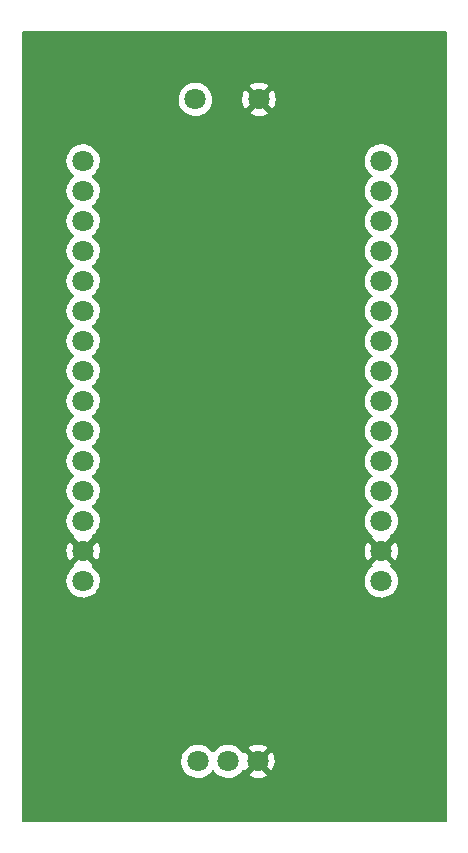
<source format=gbl>
G04 #@! TF.GenerationSoftware,KiCad,Pcbnew,(6.0.11-0)*
G04 #@! TF.CreationDate,2024-10-21T12:17:15+07:00*
G04 #@! TF.ProjectId,1,312e6b69-6361-4645-9f70-636258585858,rev?*
G04 #@! TF.SameCoordinates,Original*
G04 #@! TF.FileFunction,Copper,L2,Bot*
G04 #@! TF.FilePolarity,Positive*
%FSLAX46Y46*%
G04 Gerber Fmt 4.6, Leading zero omitted, Abs format (unit mm)*
G04 Created by KiCad (PCBNEW (6.0.11-0)) date 2024-10-21 12:17:15*
%MOMM*%
%LPD*%
G01*
G04 APERTURE LIST*
G04 #@! TA.AperFunction,ComponentPad*
%ADD10C,1.800000*%
G04 #@! TD*
G04 APERTURE END LIST*
D10*
X119190000Y-33300000D03*
X124500000Y-89340000D03*
X109700000Y-38510000D03*
X124590000Y-33300000D03*
X119420000Y-89340000D03*
X121960000Y-89340000D03*
X109700000Y-41050000D03*
X109700000Y-43590000D03*
X109700000Y-46130000D03*
X109700000Y-48670000D03*
X109700000Y-51210000D03*
X109700000Y-53750000D03*
X109700000Y-56290000D03*
X109700000Y-58830000D03*
X109700000Y-61370000D03*
X109700000Y-63910000D03*
X109700000Y-66450000D03*
X109700000Y-68990000D03*
X109700000Y-71530000D03*
X109700000Y-74070000D03*
X134950000Y-38510000D03*
X134950000Y-41050000D03*
X134950000Y-43590000D03*
X134950000Y-46130000D03*
X134950000Y-48670000D03*
X134950000Y-51210000D03*
X134950000Y-53750000D03*
X134950000Y-56290000D03*
X134950000Y-58830000D03*
X134950000Y-61370000D03*
X134950000Y-63910000D03*
X134950000Y-66450000D03*
X134950000Y-68990000D03*
X134950000Y-71530000D03*
X134950000Y-74070000D03*
G04 #@! TA.AperFunction,Conductor*
G36*
X140433621Y-27528502D02*
G01*
X140480114Y-27582158D01*
X140491500Y-27634500D01*
X140491500Y-94365500D01*
X140471498Y-94433621D01*
X140417842Y-94480114D01*
X140365500Y-94491500D01*
X104634500Y-94491500D01*
X104566379Y-94471498D01*
X104519886Y-94417842D01*
X104508500Y-94365500D01*
X104508500Y-89305469D01*
X118007095Y-89305469D01*
X118007392Y-89310622D01*
X118007392Y-89310625D01*
X118012872Y-89405663D01*
X118020427Y-89536697D01*
X118021564Y-89541743D01*
X118021565Y-89541749D01*
X118042228Y-89633436D01*
X118071346Y-89762642D01*
X118073288Y-89767424D01*
X118073289Y-89767428D01*
X118112802Y-89864737D01*
X118158484Y-89977237D01*
X118279501Y-90174719D01*
X118431147Y-90349784D01*
X118609349Y-90497730D01*
X118809322Y-90614584D01*
X119025694Y-90697209D01*
X119030760Y-90698240D01*
X119030761Y-90698240D01*
X119083846Y-90709040D01*
X119252656Y-90743385D01*
X119383324Y-90748176D01*
X119478949Y-90751683D01*
X119478953Y-90751683D01*
X119484113Y-90751872D01*
X119489233Y-90751216D01*
X119489235Y-90751216D01*
X119562291Y-90741857D01*
X119713847Y-90722442D01*
X119718795Y-90720957D01*
X119718802Y-90720956D01*
X119930747Y-90657369D01*
X119935690Y-90655886D01*
X120017161Y-90615974D01*
X120139049Y-90556262D01*
X120139052Y-90556260D01*
X120143684Y-90553991D01*
X120332243Y-90419494D01*
X120496303Y-90256005D01*
X120499319Y-90251808D01*
X120499326Y-90251800D01*
X120586960Y-90129844D01*
X120642954Y-90086196D01*
X120713658Y-90079750D01*
X120776622Y-90112553D01*
X120796715Y-90137536D01*
X120816800Y-90170313D01*
X120816804Y-90170318D01*
X120819501Y-90174719D01*
X120971147Y-90349784D01*
X121149349Y-90497730D01*
X121349322Y-90614584D01*
X121565694Y-90697209D01*
X121570760Y-90698240D01*
X121570761Y-90698240D01*
X121623846Y-90709040D01*
X121792656Y-90743385D01*
X121923324Y-90748176D01*
X122018949Y-90751683D01*
X122018953Y-90751683D01*
X122024113Y-90751872D01*
X122029233Y-90751216D01*
X122029235Y-90751216D01*
X122102291Y-90741857D01*
X122253847Y-90722442D01*
X122258795Y-90720957D01*
X122258802Y-90720956D01*
X122470747Y-90657369D01*
X122475690Y-90655886D01*
X122557161Y-90615974D01*
X122679049Y-90556262D01*
X122679052Y-90556260D01*
X122683684Y-90553991D01*
X122757406Y-90501406D01*
X123703423Y-90501406D01*
X123708704Y-90508461D01*
X123885080Y-90611527D01*
X123894363Y-90615974D01*
X124101003Y-90694883D01*
X124110901Y-90697759D01*
X124327653Y-90741857D01*
X124337883Y-90743076D01*
X124558914Y-90751182D01*
X124569223Y-90750714D01*
X124788623Y-90722608D01*
X124798688Y-90720468D01*
X125010557Y-90656905D01*
X125020152Y-90653144D01*
X125218778Y-90555838D01*
X125227636Y-90550559D01*
X125285097Y-90509572D01*
X125293497Y-90498874D01*
X125286510Y-90485721D01*
X124512811Y-89712021D01*
X124498868Y-89704408D01*
X124497034Y-89704539D01*
X124490420Y-89708790D01*
X123710180Y-90489031D01*
X123703423Y-90501406D01*
X122757406Y-90501406D01*
X122872243Y-90419494D01*
X123036303Y-90256005D01*
X123127275Y-90129404D01*
X123183270Y-90085756D01*
X123253973Y-90079310D01*
X123316938Y-90112113D01*
X123322142Y-90118584D01*
X123340553Y-90135242D01*
X123349331Y-90131458D01*
X124127979Y-89352811D01*
X124134356Y-89341132D01*
X124864408Y-89341132D01*
X124864539Y-89342966D01*
X124868790Y-89349580D01*
X125646307Y-90127096D01*
X125658313Y-90133652D01*
X125670052Y-90124684D01*
X125708010Y-90071859D01*
X125713321Y-90063020D01*
X125811318Y-89864737D01*
X125815117Y-89855142D01*
X125879415Y-89643517D01*
X125881594Y-89633436D01*
X125910702Y-89412338D01*
X125911221Y-89405663D01*
X125912744Y-89343364D01*
X125912550Y-89336646D01*
X125894279Y-89114400D01*
X125892596Y-89104238D01*
X125838710Y-88889708D01*
X125835389Y-88879953D01*
X125747193Y-88677118D01*
X125742315Y-88668020D01*
X125669224Y-88555038D01*
X125658538Y-88545835D01*
X125648973Y-88550238D01*
X124872021Y-89327189D01*
X124864408Y-89341132D01*
X124134356Y-89341132D01*
X124135592Y-89338868D01*
X124135461Y-89337034D01*
X124131210Y-89330420D01*
X123353862Y-88553073D01*
X123342330Y-88546776D01*
X123314674Y-88568444D01*
X123313534Y-88566989D01*
X123279695Y-88594724D01*
X123209171Y-88602898D01*
X123145422Y-88571646D01*
X123124722Y-88547159D01*
X123082575Y-88482009D01*
X123082570Y-88482003D01*
X123079764Y-88477665D01*
X122923887Y-88306358D01*
X122919836Y-88303159D01*
X122919832Y-88303155D01*
X122764790Y-88180711D01*
X123705508Y-88180711D01*
X123712251Y-88193040D01*
X124487189Y-88967979D01*
X124501132Y-88975592D01*
X124502966Y-88975461D01*
X124509580Y-88971210D01*
X125288994Y-88191795D01*
X125296011Y-88178944D01*
X125288237Y-88168274D01*
X125285902Y-88166430D01*
X125277320Y-88160729D01*
X125083678Y-88053833D01*
X125074272Y-88049606D01*
X124865772Y-87975772D01*
X124855809Y-87973140D01*
X124638047Y-87934350D01*
X124627796Y-87933381D01*
X124406616Y-87930679D01*
X124396332Y-87931399D01*
X124177693Y-87964855D01*
X124167666Y-87967244D01*
X123957426Y-88035961D01*
X123947916Y-88039958D01*
X123751725Y-88142089D01*
X123743007Y-88147578D01*
X123713961Y-88169386D01*
X123705508Y-88180711D01*
X122764790Y-88180711D01*
X122746177Y-88166011D01*
X122746172Y-88166008D01*
X122742123Y-88162810D01*
X122737607Y-88160317D01*
X122737604Y-88160315D01*
X122543879Y-88053373D01*
X122543875Y-88053371D01*
X122539355Y-88050876D01*
X122534486Y-88049152D01*
X122534482Y-88049150D01*
X122325903Y-87975288D01*
X122325899Y-87975287D01*
X122321028Y-87973562D01*
X122315935Y-87972655D01*
X122315932Y-87972654D01*
X122098095Y-87933851D01*
X122098089Y-87933850D01*
X122093006Y-87932945D01*
X122020096Y-87932054D01*
X121866581Y-87930179D01*
X121866579Y-87930179D01*
X121861411Y-87930116D01*
X121632464Y-87965150D01*
X121412314Y-88037106D01*
X121407726Y-88039494D01*
X121407722Y-88039496D01*
X121211461Y-88141663D01*
X121206872Y-88144052D01*
X121202739Y-88147155D01*
X121202736Y-88147157D01*
X121143284Y-88191795D01*
X121021655Y-88283117D01*
X120861639Y-88450564D01*
X120794306Y-88549271D01*
X120739397Y-88594271D01*
X120668872Y-88602442D01*
X120605125Y-88571188D01*
X120584428Y-88546705D01*
X120542571Y-88482004D01*
X120539764Y-88477665D01*
X120383887Y-88306358D01*
X120379836Y-88303159D01*
X120379832Y-88303155D01*
X120206177Y-88166011D01*
X120206172Y-88166008D01*
X120202123Y-88162810D01*
X120197607Y-88160317D01*
X120197604Y-88160315D01*
X120003879Y-88053373D01*
X120003875Y-88053371D01*
X119999355Y-88050876D01*
X119994486Y-88049152D01*
X119994482Y-88049150D01*
X119785903Y-87975288D01*
X119785899Y-87975287D01*
X119781028Y-87973562D01*
X119775935Y-87972655D01*
X119775932Y-87972654D01*
X119558095Y-87933851D01*
X119558089Y-87933850D01*
X119553006Y-87932945D01*
X119480096Y-87932054D01*
X119326581Y-87930179D01*
X119326579Y-87930179D01*
X119321411Y-87930116D01*
X119092464Y-87965150D01*
X118872314Y-88037106D01*
X118867726Y-88039494D01*
X118867722Y-88039496D01*
X118671461Y-88141663D01*
X118666872Y-88144052D01*
X118662739Y-88147155D01*
X118662736Y-88147157D01*
X118603284Y-88191795D01*
X118481655Y-88283117D01*
X118321639Y-88450564D01*
X118318730Y-88454829D01*
X118318724Y-88454837D01*
X118303152Y-88477665D01*
X118191119Y-88641899D01*
X118093602Y-88851981D01*
X118031707Y-89075169D01*
X118007095Y-89305469D01*
X104508500Y-89305469D01*
X104508500Y-74035469D01*
X108287095Y-74035469D01*
X108287392Y-74040622D01*
X108287392Y-74040625D01*
X108293067Y-74139041D01*
X108300427Y-74266697D01*
X108301564Y-74271743D01*
X108301565Y-74271749D01*
X108333741Y-74414523D01*
X108351346Y-74492642D01*
X108353288Y-74497424D01*
X108353289Y-74497428D01*
X108436540Y-74702450D01*
X108438484Y-74707237D01*
X108559501Y-74904719D01*
X108711147Y-75079784D01*
X108889349Y-75227730D01*
X109089322Y-75344584D01*
X109305694Y-75427209D01*
X109310760Y-75428240D01*
X109310761Y-75428240D01*
X109363846Y-75439040D01*
X109532656Y-75473385D01*
X109663324Y-75478176D01*
X109758949Y-75481683D01*
X109758953Y-75481683D01*
X109764113Y-75481872D01*
X109769233Y-75481216D01*
X109769235Y-75481216D01*
X109842270Y-75471860D01*
X109993847Y-75452442D01*
X109998795Y-75450957D01*
X109998802Y-75450956D01*
X110210747Y-75387369D01*
X110215690Y-75385886D01*
X110296236Y-75346427D01*
X110419049Y-75286262D01*
X110419052Y-75286260D01*
X110423684Y-75283991D01*
X110612243Y-75149494D01*
X110776303Y-74986005D01*
X110911458Y-74797917D01*
X110958641Y-74702450D01*
X111011784Y-74594922D01*
X111011785Y-74594920D01*
X111014078Y-74590280D01*
X111081408Y-74368671D01*
X111111640Y-74139041D01*
X111113327Y-74070000D01*
X111110488Y-74035469D01*
X133537095Y-74035469D01*
X133537392Y-74040622D01*
X133537392Y-74040625D01*
X133543067Y-74139041D01*
X133550427Y-74266697D01*
X133551564Y-74271743D01*
X133551565Y-74271749D01*
X133583741Y-74414523D01*
X133601346Y-74492642D01*
X133603288Y-74497424D01*
X133603289Y-74497428D01*
X133686540Y-74702450D01*
X133688484Y-74707237D01*
X133809501Y-74904719D01*
X133961147Y-75079784D01*
X134139349Y-75227730D01*
X134339322Y-75344584D01*
X134555694Y-75427209D01*
X134560760Y-75428240D01*
X134560761Y-75428240D01*
X134613846Y-75439040D01*
X134782656Y-75473385D01*
X134913324Y-75478176D01*
X135008949Y-75481683D01*
X135008953Y-75481683D01*
X135014113Y-75481872D01*
X135019233Y-75481216D01*
X135019235Y-75481216D01*
X135092270Y-75471860D01*
X135243847Y-75452442D01*
X135248795Y-75450957D01*
X135248802Y-75450956D01*
X135460747Y-75387369D01*
X135465690Y-75385886D01*
X135546236Y-75346427D01*
X135669049Y-75286262D01*
X135669052Y-75286260D01*
X135673684Y-75283991D01*
X135862243Y-75149494D01*
X136026303Y-74986005D01*
X136161458Y-74797917D01*
X136208641Y-74702450D01*
X136261784Y-74594922D01*
X136261785Y-74594920D01*
X136264078Y-74590280D01*
X136331408Y-74368671D01*
X136361640Y-74139041D01*
X136363327Y-74070000D01*
X136357032Y-73993434D01*
X136344773Y-73844318D01*
X136344772Y-73844312D01*
X136344349Y-73839167D01*
X136287925Y-73614533D01*
X136285866Y-73609797D01*
X136197630Y-73406868D01*
X136197628Y-73406865D01*
X136195570Y-73402131D01*
X136069764Y-73207665D01*
X135913887Y-73036358D01*
X135909836Y-73033159D01*
X135909832Y-73033155D01*
X135736669Y-72896400D01*
X135695606Y-72838483D01*
X135692374Y-72767560D01*
X135727999Y-72706148D01*
X135733487Y-72701623D01*
X135743497Y-72688874D01*
X135736510Y-72675721D01*
X134962811Y-71902021D01*
X134948868Y-71894408D01*
X134947034Y-71894539D01*
X134940420Y-71898790D01*
X134160180Y-72679031D01*
X134153423Y-72691406D01*
X134172730Y-72717197D01*
X134172040Y-72717713D01*
X134196627Y-72743737D01*
X134209743Y-72813511D01*
X134183055Y-72879300D01*
X134160023Y-72901719D01*
X134011655Y-73013117D01*
X133851639Y-73180564D01*
X133848725Y-73184836D01*
X133848724Y-73184837D01*
X133833152Y-73207665D01*
X133721119Y-73371899D01*
X133623602Y-73581981D01*
X133561707Y-73805169D01*
X133537095Y-74035469D01*
X111110488Y-74035469D01*
X111107032Y-73993434D01*
X111094773Y-73844318D01*
X111094772Y-73844312D01*
X111094349Y-73839167D01*
X111037925Y-73614533D01*
X111035866Y-73609797D01*
X110947630Y-73406868D01*
X110947628Y-73406865D01*
X110945570Y-73402131D01*
X110819764Y-73207665D01*
X110663887Y-73036358D01*
X110659836Y-73033159D01*
X110659832Y-73033155D01*
X110486669Y-72896400D01*
X110445606Y-72838483D01*
X110442374Y-72767560D01*
X110477999Y-72706148D01*
X110483487Y-72701623D01*
X110493497Y-72688874D01*
X110486510Y-72675721D01*
X109712811Y-71902021D01*
X109698868Y-71894408D01*
X109697034Y-71894539D01*
X109690420Y-71898790D01*
X108910180Y-72679031D01*
X108903423Y-72691406D01*
X108922730Y-72717197D01*
X108922040Y-72717713D01*
X108946627Y-72743737D01*
X108959743Y-72813511D01*
X108933055Y-72879300D01*
X108910023Y-72901719D01*
X108761655Y-73013117D01*
X108601639Y-73180564D01*
X108598725Y-73184836D01*
X108598724Y-73184837D01*
X108583152Y-73207665D01*
X108471119Y-73371899D01*
X108373602Y-73581981D01*
X108311707Y-73805169D01*
X108287095Y-74035469D01*
X104508500Y-74035469D01*
X104508500Y-71500638D01*
X108287893Y-71500638D01*
X108300627Y-71721468D01*
X108302061Y-71731670D01*
X108350685Y-71947439D01*
X108353773Y-71957292D01*
X108436986Y-72162220D01*
X108441634Y-72171421D01*
X108530097Y-72315781D01*
X108540553Y-72325242D01*
X108549331Y-72321458D01*
X109327979Y-71542811D01*
X109334356Y-71531132D01*
X110064408Y-71531132D01*
X110064539Y-71532966D01*
X110068790Y-71539580D01*
X110846307Y-72317096D01*
X110858313Y-72323652D01*
X110870052Y-72314684D01*
X110908010Y-72261859D01*
X110913321Y-72253020D01*
X111011318Y-72054737D01*
X111015117Y-72045142D01*
X111079415Y-71833517D01*
X111081594Y-71823436D01*
X111110702Y-71602338D01*
X111111221Y-71595663D01*
X111112744Y-71533364D01*
X111112550Y-71526646D01*
X111110412Y-71500638D01*
X133537893Y-71500638D01*
X133550627Y-71721468D01*
X133552061Y-71731670D01*
X133600685Y-71947439D01*
X133603773Y-71957292D01*
X133686986Y-72162220D01*
X133691634Y-72171421D01*
X133780097Y-72315781D01*
X133790553Y-72325242D01*
X133799331Y-72321458D01*
X134577979Y-71542811D01*
X134584356Y-71531132D01*
X135314408Y-71531132D01*
X135314539Y-71532966D01*
X135318790Y-71539580D01*
X136096307Y-72317096D01*
X136108313Y-72323652D01*
X136120052Y-72314684D01*
X136158010Y-72261859D01*
X136163321Y-72253020D01*
X136261318Y-72054737D01*
X136265117Y-72045142D01*
X136329415Y-71833517D01*
X136331594Y-71823436D01*
X136360702Y-71602338D01*
X136361221Y-71595663D01*
X136362744Y-71533364D01*
X136362550Y-71526646D01*
X136344279Y-71304400D01*
X136342596Y-71294238D01*
X136288710Y-71079708D01*
X136285389Y-71069953D01*
X136197193Y-70867118D01*
X136192315Y-70858020D01*
X136119224Y-70745038D01*
X136108538Y-70735835D01*
X136098973Y-70740238D01*
X135322021Y-71517189D01*
X135314408Y-71531132D01*
X134584356Y-71531132D01*
X134585592Y-71528868D01*
X134585461Y-71527034D01*
X134581210Y-71520420D01*
X133803862Y-70743073D01*
X133792330Y-70736776D01*
X133780048Y-70746399D01*
X133724467Y-70827877D01*
X133719379Y-70836833D01*
X133626252Y-71037459D01*
X133622689Y-71047146D01*
X133563581Y-71260280D01*
X133561650Y-71270400D01*
X133538145Y-71490349D01*
X133537893Y-71500638D01*
X111110412Y-71500638D01*
X111094279Y-71304400D01*
X111092596Y-71294238D01*
X111038710Y-71079708D01*
X111035389Y-71069953D01*
X110947193Y-70867118D01*
X110942315Y-70858020D01*
X110869224Y-70745038D01*
X110858538Y-70735835D01*
X110848973Y-70740238D01*
X110072021Y-71517189D01*
X110064408Y-71531132D01*
X109334356Y-71531132D01*
X109335592Y-71528868D01*
X109335461Y-71527034D01*
X109331210Y-71520420D01*
X108553862Y-70743073D01*
X108542330Y-70736776D01*
X108530048Y-70746399D01*
X108474467Y-70827877D01*
X108469379Y-70836833D01*
X108376252Y-71037459D01*
X108372689Y-71047146D01*
X108313581Y-71260280D01*
X108311650Y-71270400D01*
X108288145Y-71490349D01*
X108287893Y-71500638D01*
X104508500Y-71500638D01*
X104508500Y-68955469D01*
X108287095Y-68955469D01*
X108287392Y-68960622D01*
X108287392Y-68960625D01*
X108293067Y-69059041D01*
X108300427Y-69186697D01*
X108301564Y-69191743D01*
X108301565Y-69191749D01*
X108333741Y-69334523D01*
X108351346Y-69412642D01*
X108353288Y-69417424D01*
X108353289Y-69417428D01*
X108436540Y-69622450D01*
X108438484Y-69627237D01*
X108559501Y-69824719D01*
X108711147Y-69999784D01*
X108889349Y-70147730D01*
X108893814Y-70150339D01*
X108897979Y-70152773D01*
X108946700Y-70204414D01*
X108959767Y-70274198D01*
X108933033Y-70339968D01*
X108916323Y-70356221D01*
X108905508Y-70370711D01*
X108912251Y-70383040D01*
X109687189Y-71157979D01*
X109701132Y-71165592D01*
X109702966Y-71165461D01*
X109709580Y-71161210D01*
X110488994Y-70381795D01*
X110496011Y-70368944D01*
X110488237Y-70358275D01*
X110486655Y-70357025D01*
X110445592Y-70299109D01*
X110442359Y-70228186D01*
X110477983Y-70166774D01*
X110491578Y-70155563D01*
X110507193Y-70144425D01*
X110612243Y-70069494D01*
X110776303Y-69906005D01*
X110911458Y-69717917D01*
X110958641Y-69622450D01*
X111011784Y-69514922D01*
X111011785Y-69514920D01*
X111014078Y-69510280D01*
X111081408Y-69288671D01*
X111111640Y-69059041D01*
X111113327Y-68990000D01*
X111110488Y-68955469D01*
X133537095Y-68955469D01*
X133537392Y-68960622D01*
X133537392Y-68960625D01*
X133543067Y-69059041D01*
X133550427Y-69186697D01*
X133551564Y-69191743D01*
X133551565Y-69191749D01*
X133583741Y-69334523D01*
X133601346Y-69412642D01*
X133603288Y-69417424D01*
X133603289Y-69417428D01*
X133686540Y-69622450D01*
X133688484Y-69627237D01*
X133809501Y-69824719D01*
X133961147Y-69999784D01*
X134139349Y-70147730D01*
X134143814Y-70150339D01*
X134147979Y-70152773D01*
X134196700Y-70204414D01*
X134209767Y-70274198D01*
X134183033Y-70339968D01*
X134166323Y-70356221D01*
X134155508Y-70370711D01*
X134162251Y-70383040D01*
X134937189Y-71157979D01*
X134951132Y-71165592D01*
X134952966Y-71165461D01*
X134959580Y-71161210D01*
X135738994Y-70381795D01*
X135746011Y-70368944D01*
X135738237Y-70358275D01*
X135736655Y-70357025D01*
X135695592Y-70299109D01*
X135692359Y-70228186D01*
X135727983Y-70166774D01*
X135741578Y-70155563D01*
X135757193Y-70144425D01*
X135862243Y-70069494D01*
X136026303Y-69906005D01*
X136161458Y-69717917D01*
X136208641Y-69622450D01*
X136261784Y-69514922D01*
X136261785Y-69514920D01*
X136264078Y-69510280D01*
X136331408Y-69288671D01*
X136361640Y-69059041D01*
X136363327Y-68990000D01*
X136357032Y-68913434D01*
X136344773Y-68764318D01*
X136344772Y-68764312D01*
X136344349Y-68759167D01*
X136287925Y-68534533D01*
X136285866Y-68529797D01*
X136197630Y-68326868D01*
X136197628Y-68326865D01*
X136195570Y-68322131D01*
X136069764Y-68127665D01*
X135913887Y-67956358D01*
X135909836Y-67953159D01*
X135909832Y-67953155D01*
X135737077Y-67816722D01*
X135696014Y-67758805D01*
X135692782Y-67687882D01*
X135728407Y-67626470D01*
X135742001Y-67615261D01*
X135745872Y-67612500D01*
X135862243Y-67529494D01*
X136026303Y-67366005D01*
X136161458Y-67177917D01*
X136208641Y-67082450D01*
X136261784Y-66974922D01*
X136261785Y-66974920D01*
X136264078Y-66970280D01*
X136331408Y-66748671D01*
X136361640Y-66519041D01*
X136363327Y-66450000D01*
X136357032Y-66373434D01*
X136344773Y-66224318D01*
X136344772Y-66224312D01*
X136344349Y-66219167D01*
X136287925Y-65994533D01*
X136285866Y-65989797D01*
X136197630Y-65786868D01*
X136197628Y-65786865D01*
X136195570Y-65782131D01*
X136069764Y-65587665D01*
X135913887Y-65416358D01*
X135909836Y-65413159D01*
X135909832Y-65413155D01*
X135737077Y-65276722D01*
X135696014Y-65218805D01*
X135692782Y-65147882D01*
X135728407Y-65086470D01*
X135742001Y-65075261D01*
X135745872Y-65072500D01*
X135862243Y-64989494D01*
X136026303Y-64826005D01*
X136161458Y-64637917D01*
X136208641Y-64542450D01*
X136261784Y-64434922D01*
X136261785Y-64434920D01*
X136264078Y-64430280D01*
X136331408Y-64208671D01*
X136361640Y-63979041D01*
X136363327Y-63910000D01*
X136357032Y-63833434D01*
X136344773Y-63684318D01*
X136344772Y-63684312D01*
X136344349Y-63679167D01*
X136287925Y-63454533D01*
X136285866Y-63449797D01*
X136197630Y-63246868D01*
X136197628Y-63246865D01*
X136195570Y-63242131D01*
X136069764Y-63047665D01*
X135913887Y-62876358D01*
X135909836Y-62873159D01*
X135909832Y-62873155D01*
X135737077Y-62736722D01*
X135696014Y-62678805D01*
X135692782Y-62607882D01*
X135728407Y-62546470D01*
X135742001Y-62535261D01*
X135745872Y-62532500D01*
X135862243Y-62449494D01*
X136026303Y-62286005D01*
X136161458Y-62097917D01*
X136208641Y-62002450D01*
X136261784Y-61894922D01*
X136261785Y-61894920D01*
X136264078Y-61890280D01*
X136331408Y-61668671D01*
X136361640Y-61439041D01*
X136363327Y-61370000D01*
X136357032Y-61293434D01*
X136344773Y-61144318D01*
X136344772Y-61144312D01*
X136344349Y-61139167D01*
X136287925Y-60914533D01*
X136285866Y-60909797D01*
X136197630Y-60706868D01*
X136197628Y-60706865D01*
X136195570Y-60702131D01*
X136069764Y-60507665D01*
X135913887Y-60336358D01*
X135909836Y-60333159D01*
X135909832Y-60333155D01*
X135737077Y-60196722D01*
X135696014Y-60138805D01*
X135692782Y-60067882D01*
X135728407Y-60006470D01*
X135742001Y-59995261D01*
X135745872Y-59992500D01*
X135862243Y-59909494D01*
X136026303Y-59746005D01*
X136161458Y-59557917D01*
X136208641Y-59462450D01*
X136261784Y-59354922D01*
X136261785Y-59354920D01*
X136264078Y-59350280D01*
X136331408Y-59128671D01*
X136361640Y-58899041D01*
X136363327Y-58830000D01*
X136357032Y-58753434D01*
X136344773Y-58604318D01*
X136344772Y-58604312D01*
X136344349Y-58599167D01*
X136287925Y-58374533D01*
X136285866Y-58369797D01*
X136197630Y-58166868D01*
X136197628Y-58166865D01*
X136195570Y-58162131D01*
X136069764Y-57967665D01*
X135913887Y-57796358D01*
X135909836Y-57793159D01*
X135909832Y-57793155D01*
X135737077Y-57656722D01*
X135696014Y-57598805D01*
X135692782Y-57527882D01*
X135728407Y-57466470D01*
X135742001Y-57455261D01*
X135745872Y-57452500D01*
X135862243Y-57369494D01*
X136026303Y-57206005D01*
X136161458Y-57017917D01*
X136208641Y-56922450D01*
X136261784Y-56814922D01*
X136261785Y-56814920D01*
X136264078Y-56810280D01*
X136331408Y-56588671D01*
X136361640Y-56359041D01*
X136363327Y-56290000D01*
X136357032Y-56213434D01*
X136344773Y-56064318D01*
X136344772Y-56064312D01*
X136344349Y-56059167D01*
X136287925Y-55834533D01*
X136285866Y-55829797D01*
X136197630Y-55626868D01*
X136197628Y-55626865D01*
X136195570Y-55622131D01*
X136069764Y-55427665D01*
X135913887Y-55256358D01*
X135909836Y-55253159D01*
X135909832Y-55253155D01*
X135737077Y-55116722D01*
X135696014Y-55058805D01*
X135692782Y-54987882D01*
X135728407Y-54926470D01*
X135742001Y-54915261D01*
X135745872Y-54912500D01*
X135862243Y-54829494D01*
X136026303Y-54666005D01*
X136161458Y-54477917D01*
X136208641Y-54382450D01*
X136261784Y-54274922D01*
X136261785Y-54274920D01*
X136264078Y-54270280D01*
X136331408Y-54048671D01*
X136361640Y-53819041D01*
X136363327Y-53750000D01*
X136357032Y-53673434D01*
X136344773Y-53524318D01*
X136344772Y-53524312D01*
X136344349Y-53519167D01*
X136287925Y-53294533D01*
X136285866Y-53289797D01*
X136197630Y-53086868D01*
X136197628Y-53086865D01*
X136195570Y-53082131D01*
X136069764Y-52887665D01*
X135913887Y-52716358D01*
X135909836Y-52713159D01*
X135909832Y-52713155D01*
X135737077Y-52576722D01*
X135696014Y-52518805D01*
X135692782Y-52447882D01*
X135728407Y-52386470D01*
X135742001Y-52375261D01*
X135745872Y-52372500D01*
X135862243Y-52289494D01*
X136026303Y-52126005D01*
X136161458Y-51937917D01*
X136208641Y-51842450D01*
X136261784Y-51734922D01*
X136261785Y-51734920D01*
X136264078Y-51730280D01*
X136331408Y-51508671D01*
X136361640Y-51279041D01*
X136363327Y-51210000D01*
X136357032Y-51133434D01*
X136344773Y-50984318D01*
X136344772Y-50984312D01*
X136344349Y-50979167D01*
X136287925Y-50754533D01*
X136285866Y-50749797D01*
X136197630Y-50546868D01*
X136197628Y-50546865D01*
X136195570Y-50542131D01*
X136069764Y-50347665D01*
X135913887Y-50176358D01*
X135909836Y-50173159D01*
X135909832Y-50173155D01*
X135737077Y-50036722D01*
X135696014Y-49978805D01*
X135692782Y-49907882D01*
X135728407Y-49846470D01*
X135742001Y-49835261D01*
X135745872Y-49832500D01*
X135862243Y-49749494D01*
X136026303Y-49586005D01*
X136161458Y-49397917D01*
X136208641Y-49302450D01*
X136261784Y-49194922D01*
X136261785Y-49194920D01*
X136264078Y-49190280D01*
X136331408Y-48968671D01*
X136361640Y-48739041D01*
X136363327Y-48670000D01*
X136357032Y-48593434D01*
X136344773Y-48444318D01*
X136344772Y-48444312D01*
X136344349Y-48439167D01*
X136287925Y-48214533D01*
X136285866Y-48209797D01*
X136197630Y-48006868D01*
X136197628Y-48006865D01*
X136195570Y-48002131D01*
X136069764Y-47807665D01*
X135913887Y-47636358D01*
X135909836Y-47633159D01*
X135909832Y-47633155D01*
X135737077Y-47496722D01*
X135696014Y-47438805D01*
X135692782Y-47367882D01*
X135728407Y-47306470D01*
X135742001Y-47295261D01*
X135745872Y-47292500D01*
X135862243Y-47209494D01*
X136026303Y-47046005D01*
X136161458Y-46857917D01*
X136208641Y-46762450D01*
X136261784Y-46654922D01*
X136261785Y-46654920D01*
X136264078Y-46650280D01*
X136331408Y-46428671D01*
X136361640Y-46199041D01*
X136363327Y-46130000D01*
X136357032Y-46053434D01*
X136344773Y-45904318D01*
X136344772Y-45904312D01*
X136344349Y-45899167D01*
X136287925Y-45674533D01*
X136285866Y-45669797D01*
X136197630Y-45466868D01*
X136197628Y-45466865D01*
X136195570Y-45462131D01*
X136069764Y-45267665D01*
X135913887Y-45096358D01*
X135909836Y-45093159D01*
X135909832Y-45093155D01*
X135737077Y-44956722D01*
X135696014Y-44898805D01*
X135692782Y-44827882D01*
X135728407Y-44766470D01*
X135742001Y-44755261D01*
X135745872Y-44752500D01*
X135862243Y-44669494D01*
X136026303Y-44506005D01*
X136161458Y-44317917D01*
X136208641Y-44222450D01*
X136261784Y-44114922D01*
X136261785Y-44114920D01*
X136264078Y-44110280D01*
X136331408Y-43888671D01*
X136361640Y-43659041D01*
X136363327Y-43590000D01*
X136357032Y-43513434D01*
X136344773Y-43364318D01*
X136344772Y-43364312D01*
X136344349Y-43359167D01*
X136287925Y-43134533D01*
X136285866Y-43129797D01*
X136197630Y-42926868D01*
X136197628Y-42926865D01*
X136195570Y-42922131D01*
X136069764Y-42727665D01*
X135913887Y-42556358D01*
X135909836Y-42553159D01*
X135909832Y-42553155D01*
X135737077Y-42416722D01*
X135696014Y-42358805D01*
X135692782Y-42287882D01*
X135728407Y-42226470D01*
X135742001Y-42215261D01*
X135745872Y-42212500D01*
X135862243Y-42129494D01*
X136026303Y-41966005D01*
X136161458Y-41777917D01*
X136208641Y-41682450D01*
X136261784Y-41574922D01*
X136261785Y-41574920D01*
X136264078Y-41570280D01*
X136331408Y-41348671D01*
X136361640Y-41119041D01*
X136363327Y-41050000D01*
X136357032Y-40973434D01*
X136344773Y-40824318D01*
X136344772Y-40824312D01*
X136344349Y-40819167D01*
X136287925Y-40594533D01*
X136285866Y-40589797D01*
X136197630Y-40386868D01*
X136197628Y-40386865D01*
X136195570Y-40382131D01*
X136069764Y-40187665D01*
X135913887Y-40016358D01*
X135909836Y-40013159D01*
X135909832Y-40013155D01*
X135737077Y-39876722D01*
X135696014Y-39818805D01*
X135692782Y-39747882D01*
X135728407Y-39686470D01*
X135742001Y-39675261D01*
X135745872Y-39672500D01*
X135862243Y-39589494D01*
X136026303Y-39426005D01*
X136161458Y-39237917D01*
X136208641Y-39142450D01*
X136261784Y-39034922D01*
X136261785Y-39034920D01*
X136264078Y-39030280D01*
X136331408Y-38808671D01*
X136361640Y-38579041D01*
X136363327Y-38510000D01*
X136357032Y-38433434D01*
X136344773Y-38284318D01*
X136344772Y-38284312D01*
X136344349Y-38279167D01*
X136287925Y-38054533D01*
X136285866Y-38049797D01*
X136197630Y-37846868D01*
X136197628Y-37846865D01*
X136195570Y-37842131D01*
X136069764Y-37647665D01*
X135913887Y-37476358D01*
X135909836Y-37473159D01*
X135909832Y-37473155D01*
X135736177Y-37336011D01*
X135736172Y-37336008D01*
X135732123Y-37332810D01*
X135727607Y-37330317D01*
X135727604Y-37330315D01*
X135533879Y-37223373D01*
X135533875Y-37223371D01*
X135529355Y-37220876D01*
X135524486Y-37219152D01*
X135524482Y-37219150D01*
X135315903Y-37145288D01*
X135315899Y-37145287D01*
X135311028Y-37143562D01*
X135305935Y-37142655D01*
X135305932Y-37142654D01*
X135088095Y-37103851D01*
X135088089Y-37103850D01*
X135083006Y-37102945D01*
X135010096Y-37102054D01*
X134856581Y-37100179D01*
X134856579Y-37100179D01*
X134851411Y-37100116D01*
X134622464Y-37135150D01*
X134402314Y-37207106D01*
X134397726Y-37209494D01*
X134397722Y-37209496D01*
X134371065Y-37223373D01*
X134196872Y-37314052D01*
X134192739Y-37317155D01*
X134192736Y-37317157D01*
X134167625Y-37336011D01*
X134011655Y-37453117D01*
X133851639Y-37620564D01*
X133848725Y-37624836D01*
X133848724Y-37624837D01*
X133833152Y-37647665D01*
X133721119Y-37811899D01*
X133623602Y-38021981D01*
X133561707Y-38245169D01*
X133537095Y-38475469D01*
X133537392Y-38480622D01*
X133537392Y-38480625D01*
X133543067Y-38579041D01*
X133550427Y-38706697D01*
X133551564Y-38711743D01*
X133551565Y-38711749D01*
X133583741Y-38854523D01*
X133601346Y-38932642D01*
X133603288Y-38937424D01*
X133603289Y-38937428D01*
X133686540Y-39142450D01*
X133688484Y-39147237D01*
X133809501Y-39344719D01*
X133961147Y-39519784D01*
X134139349Y-39667730D01*
X134143819Y-39670342D01*
X134147511Y-39672500D01*
X134196232Y-39724140D01*
X134209301Y-39793924D01*
X134182566Y-39859694D01*
X134159589Y-39882045D01*
X134011655Y-39993117D01*
X133851639Y-40160564D01*
X133848725Y-40164836D01*
X133848724Y-40164837D01*
X133833152Y-40187665D01*
X133721119Y-40351899D01*
X133623602Y-40561981D01*
X133561707Y-40785169D01*
X133537095Y-41015469D01*
X133537392Y-41020622D01*
X133537392Y-41020625D01*
X133543067Y-41119041D01*
X133550427Y-41246697D01*
X133551564Y-41251743D01*
X133551565Y-41251749D01*
X133583741Y-41394523D01*
X133601346Y-41472642D01*
X133603288Y-41477424D01*
X133603289Y-41477428D01*
X133686540Y-41682450D01*
X133688484Y-41687237D01*
X133809501Y-41884719D01*
X133961147Y-42059784D01*
X134139349Y-42207730D01*
X134143819Y-42210342D01*
X134147511Y-42212500D01*
X134196232Y-42264140D01*
X134209301Y-42333924D01*
X134182566Y-42399694D01*
X134159589Y-42422045D01*
X134011655Y-42533117D01*
X133851639Y-42700564D01*
X133848725Y-42704836D01*
X133848724Y-42704837D01*
X133833152Y-42727665D01*
X133721119Y-42891899D01*
X133623602Y-43101981D01*
X133561707Y-43325169D01*
X133537095Y-43555469D01*
X133537392Y-43560622D01*
X133537392Y-43560625D01*
X133543067Y-43659041D01*
X133550427Y-43786697D01*
X133551564Y-43791743D01*
X133551565Y-43791749D01*
X133583741Y-43934523D01*
X133601346Y-44012642D01*
X133603288Y-44017424D01*
X133603289Y-44017428D01*
X133686540Y-44222450D01*
X133688484Y-44227237D01*
X133809501Y-44424719D01*
X133961147Y-44599784D01*
X134139349Y-44747730D01*
X134143819Y-44750342D01*
X134147511Y-44752500D01*
X134196232Y-44804140D01*
X134209301Y-44873924D01*
X134182566Y-44939694D01*
X134159589Y-44962045D01*
X134011655Y-45073117D01*
X133851639Y-45240564D01*
X133848725Y-45244836D01*
X133848724Y-45244837D01*
X133833152Y-45267665D01*
X133721119Y-45431899D01*
X133623602Y-45641981D01*
X133561707Y-45865169D01*
X133537095Y-46095469D01*
X133537392Y-46100622D01*
X133537392Y-46100625D01*
X133543067Y-46199041D01*
X133550427Y-46326697D01*
X133551564Y-46331743D01*
X133551565Y-46331749D01*
X133583741Y-46474523D01*
X133601346Y-46552642D01*
X133603288Y-46557424D01*
X133603289Y-46557428D01*
X133686540Y-46762450D01*
X133688484Y-46767237D01*
X133809501Y-46964719D01*
X133961147Y-47139784D01*
X134139349Y-47287730D01*
X134143819Y-47290342D01*
X134147511Y-47292500D01*
X134196232Y-47344140D01*
X134209301Y-47413924D01*
X134182566Y-47479694D01*
X134159589Y-47502045D01*
X134011655Y-47613117D01*
X133851639Y-47780564D01*
X133848725Y-47784836D01*
X133848724Y-47784837D01*
X133833152Y-47807665D01*
X133721119Y-47971899D01*
X133623602Y-48181981D01*
X133561707Y-48405169D01*
X133537095Y-48635469D01*
X133537392Y-48640622D01*
X133537392Y-48640625D01*
X133543067Y-48739041D01*
X133550427Y-48866697D01*
X133551564Y-48871743D01*
X133551565Y-48871749D01*
X133583741Y-49014523D01*
X133601346Y-49092642D01*
X133603288Y-49097424D01*
X133603289Y-49097428D01*
X133686540Y-49302450D01*
X133688484Y-49307237D01*
X133809501Y-49504719D01*
X133961147Y-49679784D01*
X134139349Y-49827730D01*
X134143819Y-49830342D01*
X134147511Y-49832500D01*
X134196232Y-49884140D01*
X134209301Y-49953924D01*
X134182566Y-50019694D01*
X134159589Y-50042045D01*
X134011655Y-50153117D01*
X133851639Y-50320564D01*
X133848725Y-50324836D01*
X133848724Y-50324837D01*
X133833152Y-50347665D01*
X133721119Y-50511899D01*
X133623602Y-50721981D01*
X133561707Y-50945169D01*
X133537095Y-51175469D01*
X133537392Y-51180622D01*
X133537392Y-51180625D01*
X133543067Y-51279041D01*
X133550427Y-51406697D01*
X133551564Y-51411743D01*
X133551565Y-51411749D01*
X133583741Y-51554523D01*
X133601346Y-51632642D01*
X133603288Y-51637424D01*
X133603289Y-51637428D01*
X133686540Y-51842450D01*
X133688484Y-51847237D01*
X133809501Y-52044719D01*
X133961147Y-52219784D01*
X134139349Y-52367730D01*
X134143819Y-52370342D01*
X134147511Y-52372500D01*
X134196232Y-52424140D01*
X134209301Y-52493924D01*
X134182566Y-52559694D01*
X134159589Y-52582045D01*
X134011655Y-52693117D01*
X133851639Y-52860564D01*
X133848725Y-52864836D01*
X133848724Y-52864837D01*
X133833152Y-52887665D01*
X133721119Y-53051899D01*
X133623602Y-53261981D01*
X133561707Y-53485169D01*
X133537095Y-53715469D01*
X133537392Y-53720622D01*
X133537392Y-53720625D01*
X133543067Y-53819041D01*
X133550427Y-53946697D01*
X133551564Y-53951743D01*
X133551565Y-53951749D01*
X133583741Y-54094523D01*
X133601346Y-54172642D01*
X133603288Y-54177424D01*
X133603289Y-54177428D01*
X133686540Y-54382450D01*
X133688484Y-54387237D01*
X133809501Y-54584719D01*
X133961147Y-54759784D01*
X134139349Y-54907730D01*
X134143819Y-54910342D01*
X134147511Y-54912500D01*
X134196232Y-54964140D01*
X134209301Y-55033924D01*
X134182566Y-55099694D01*
X134159589Y-55122045D01*
X134011655Y-55233117D01*
X133851639Y-55400564D01*
X133848725Y-55404836D01*
X133848724Y-55404837D01*
X133833152Y-55427665D01*
X133721119Y-55591899D01*
X133623602Y-55801981D01*
X133561707Y-56025169D01*
X133537095Y-56255469D01*
X133537392Y-56260622D01*
X133537392Y-56260625D01*
X133543067Y-56359041D01*
X133550427Y-56486697D01*
X133551564Y-56491743D01*
X133551565Y-56491749D01*
X133583741Y-56634523D01*
X133601346Y-56712642D01*
X133603288Y-56717424D01*
X133603289Y-56717428D01*
X133686540Y-56922450D01*
X133688484Y-56927237D01*
X133809501Y-57124719D01*
X133961147Y-57299784D01*
X134139349Y-57447730D01*
X134143819Y-57450342D01*
X134147511Y-57452500D01*
X134196232Y-57504140D01*
X134209301Y-57573924D01*
X134182566Y-57639694D01*
X134159589Y-57662045D01*
X134011655Y-57773117D01*
X133851639Y-57940564D01*
X133848725Y-57944836D01*
X133848724Y-57944837D01*
X133833152Y-57967665D01*
X133721119Y-58131899D01*
X133623602Y-58341981D01*
X133561707Y-58565169D01*
X133537095Y-58795469D01*
X133537392Y-58800622D01*
X133537392Y-58800625D01*
X133543067Y-58899041D01*
X133550427Y-59026697D01*
X133551564Y-59031743D01*
X133551565Y-59031749D01*
X133583741Y-59174523D01*
X133601346Y-59252642D01*
X133603288Y-59257424D01*
X133603289Y-59257428D01*
X133686540Y-59462450D01*
X133688484Y-59467237D01*
X133809501Y-59664719D01*
X133961147Y-59839784D01*
X134139349Y-59987730D01*
X134143819Y-59990342D01*
X134147511Y-59992500D01*
X134196232Y-60044140D01*
X134209301Y-60113924D01*
X134182566Y-60179694D01*
X134159589Y-60202045D01*
X134011655Y-60313117D01*
X133851639Y-60480564D01*
X133848725Y-60484836D01*
X133848724Y-60484837D01*
X133833152Y-60507665D01*
X133721119Y-60671899D01*
X133623602Y-60881981D01*
X133561707Y-61105169D01*
X133537095Y-61335469D01*
X133537392Y-61340622D01*
X133537392Y-61340625D01*
X133543067Y-61439041D01*
X133550427Y-61566697D01*
X133551564Y-61571743D01*
X133551565Y-61571749D01*
X133583741Y-61714523D01*
X133601346Y-61792642D01*
X133603288Y-61797424D01*
X133603289Y-61797428D01*
X133686540Y-62002450D01*
X133688484Y-62007237D01*
X133809501Y-62204719D01*
X133961147Y-62379784D01*
X134139349Y-62527730D01*
X134143819Y-62530342D01*
X134147511Y-62532500D01*
X134196232Y-62584140D01*
X134209301Y-62653924D01*
X134182566Y-62719694D01*
X134159589Y-62742045D01*
X134011655Y-62853117D01*
X133851639Y-63020564D01*
X133848725Y-63024836D01*
X133848724Y-63024837D01*
X133833152Y-63047665D01*
X133721119Y-63211899D01*
X133623602Y-63421981D01*
X133561707Y-63645169D01*
X133537095Y-63875469D01*
X133537392Y-63880622D01*
X133537392Y-63880625D01*
X133543067Y-63979041D01*
X133550427Y-64106697D01*
X133551564Y-64111743D01*
X133551565Y-64111749D01*
X133583741Y-64254523D01*
X133601346Y-64332642D01*
X133603288Y-64337424D01*
X133603289Y-64337428D01*
X133686540Y-64542450D01*
X133688484Y-64547237D01*
X133809501Y-64744719D01*
X133961147Y-64919784D01*
X134139349Y-65067730D01*
X134143819Y-65070342D01*
X134147511Y-65072500D01*
X134196232Y-65124140D01*
X134209301Y-65193924D01*
X134182566Y-65259694D01*
X134159589Y-65282045D01*
X134011655Y-65393117D01*
X133851639Y-65560564D01*
X133848725Y-65564836D01*
X133848724Y-65564837D01*
X133833152Y-65587665D01*
X133721119Y-65751899D01*
X133623602Y-65961981D01*
X133561707Y-66185169D01*
X133537095Y-66415469D01*
X133537392Y-66420622D01*
X133537392Y-66420625D01*
X133543067Y-66519041D01*
X133550427Y-66646697D01*
X133551564Y-66651743D01*
X133551565Y-66651749D01*
X133583741Y-66794523D01*
X133601346Y-66872642D01*
X133603288Y-66877424D01*
X133603289Y-66877428D01*
X133686540Y-67082450D01*
X133688484Y-67087237D01*
X133809501Y-67284719D01*
X133961147Y-67459784D01*
X134139349Y-67607730D01*
X134143819Y-67610342D01*
X134147511Y-67612500D01*
X134196232Y-67664140D01*
X134209301Y-67733924D01*
X134182566Y-67799694D01*
X134159589Y-67822045D01*
X134011655Y-67933117D01*
X133851639Y-68100564D01*
X133848725Y-68104836D01*
X133848724Y-68104837D01*
X133833152Y-68127665D01*
X133721119Y-68291899D01*
X133623602Y-68501981D01*
X133561707Y-68725169D01*
X133537095Y-68955469D01*
X111110488Y-68955469D01*
X111107032Y-68913434D01*
X111094773Y-68764318D01*
X111094772Y-68764312D01*
X111094349Y-68759167D01*
X111037925Y-68534533D01*
X111035866Y-68529797D01*
X110947630Y-68326868D01*
X110947628Y-68326865D01*
X110945570Y-68322131D01*
X110819764Y-68127665D01*
X110663887Y-67956358D01*
X110659836Y-67953159D01*
X110659832Y-67953155D01*
X110487077Y-67816722D01*
X110446014Y-67758805D01*
X110442782Y-67687882D01*
X110478407Y-67626470D01*
X110492001Y-67615261D01*
X110495872Y-67612500D01*
X110612243Y-67529494D01*
X110776303Y-67366005D01*
X110911458Y-67177917D01*
X110958641Y-67082450D01*
X111011784Y-66974922D01*
X111011785Y-66974920D01*
X111014078Y-66970280D01*
X111081408Y-66748671D01*
X111111640Y-66519041D01*
X111113327Y-66450000D01*
X111107032Y-66373434D01*
X111094773Y-66224318D01*
X111094772Y-66224312D01*
X111094349Y-66219167D01*
X111037925Y-65994533D01*
X111035866Y-65989797D01*
X110947630Y-65786868D01*
X110947628Y-65786865D01*
X110945570Y-65782131D01*
X110819764Y-65587665D01*
X110663887Y-65416358D01*
X110659836Y-65413159D01*
X110659832Y-65413155D01*
X110487077Y-65276722D01*
X110446014Y-65218805D01*
X110442782Y-65147882D01*
X110478407Y-65086470D01*
X110492001Y-65075261D01*
X110495872Y-65072500D01*
X110612243Y-64989494D01*
X110776303Y-64826005D01*
X110911458Y-64637917D01*
X110958641Y-64542450D01*
X111011784Y-64434922D01*
X111011785Y-64434920D01*
X111014078Y-64430280D01*
X111081408Y-64208671D01*
X111111640Y-63979041D01*
X111113327Y-63910000D01*
X111107032Y-63833434D01*
X111094773Y-63684318D01*
X111094772Y-63684312D01*
X111094349Y-63679167D01*
X111037925Y-63454533D01*
X111035866Y-63449797D01*
X110947630Y-63246868D01*
X110947628Y-63246865D01*
X110945570Y-63242131D01*
X110819764Y-63047665D01*
X110663887Y-62876358D01*
X110659836Y-62873159D01*
X110659832Y-62873155D01*
X110487077Y-62736722D01*
X110446014Y-62678805D01*
X110442782Y-62607882D01*
X110478407Y-62546470D01*
X110492001Y-62535261D01*
X110495872Y-62532500D01*
X110612243Y-62449494D01*
X110776303Y-62286005D01*
X110911458Y-62097917D01*
X110958641Y-62002450D01*
X111011784Y-61894922D01*
X111011785Y-61894920D01*
X111014078Y-61890280D01*
X111081408Y-61668671D01*
X111111640Y-61439041D01*
X111113327Y-61370000D01*
X111107032Y-61293434D01*
X111094773Y-61144318D01*
X111094772Y-61144312D01*
X111094349Y-61139167D01*
X111037925Y-60914533D01*
X111035866Y-60909797D01*
X110947630Y-60706868D01*
X110947628Y-60706865D01*
X110945570Y-60702131D01*
X110819764Y-60507665D01*
X110663887Y-60336358D01*
X110659836Y-60333159D01*
X110659832Y-60333155D01*
X110487077Y-60196722D01*
X110446014Y-60138805D01*
X110442782Y-60067882D01*
X110478407Y-60006470D01*
X110492001Y-59995261D01*
X110495872Y-59992500D01*
X110612243Y-59909494D01*
X110776303Y-59746005D01*
X110911458Y-59557917D01*
X110958641Y-59462450D01*
X111011784Y-59354922D01*
X111011785Y-59354920D01*
X111014078Y-59350280D01*
X111081408Y-59128671D01*
X111111640Y-58899041D01*
X111113327Y-58830000D01*
X111107032Y-58753434D01*
X111094773Y-58604318D01*
X111094772Y-58604312D01*
X111094349Y-58599167D01*
X111037925Y-58374533D01*
X111035866Y-58369797D01*
X110947630Y-58166868D01*
X110947628Y-58166865D01*
X110945570Y-58162131D01*
X110819764Y-57967665D01*
X110663887Y-57796358D01*
X110659836Y-57793159D01*
X110659832Y-57793155D01*
X110487077Y-57656722D01*
X110446014Y-57598805D01*
X110442782Y-57527882D01*
X110478407Y-57466470D01*
X110492001Y-57455261D01*
X110495872Y-57452500D01*
X110612243Y-57369494D01*
X110776303Y-57206005D01*
X110911458Y-57017917D01*
X110958641Y-56922450D01*
X111011784Y-56814922D01*
X111011785Y-56814920D01*
X111014078Y-56810280D01*
X111081408Y-56588671D01*
X111111640Y-56359041D01*
X111113327Y-56290000D01*
X111107032Y-56213434D01*
X111094773Y-56064318D01*
X111094772Y-56064312D01*
X111094349Y-56059167D01*
X111037925Y-55834533D01*
X111035866Y-55829797D01*
X110947630Y-55626868D01*
X110947628Y-55626865D01*
X110945570Y-55622131D01*
X110819764Y-55427665D01*
X110663887Y-55256358D01*
X110659836Y-55253159D01*
X110659832Y-55253155D01*
X110487077Y-55116722D01*
X110446014Y-55058805D01*
X110442782Y-54987882D01*
X110478407Y-54926470D01*
X110492001Y-54915261D01*
X110495872Y-54912500D01*
X110612243Y-54829494D01*
X110776303Y-54666005D01*
X110911458Y-54477917D01*
X110958641Y-54382450D01*
X111011784Y-54274922D01*
X111011785Y-54274920D01*
X111014078Y-54270280D01*
X111081408Y-54048671D01*
X111111640Y-53819041D01*
X111113327Y-53750000D01*
X111107032Y-53673434D01*
X111094773Y-53524318D01*
X111094772Y-53524312D01*
X111094349Y-53519167D01*
X111037925Y-53294533D01*
X111035866Y-53289797D01*
X110947630Y-53086868D01*
X110947628Y-53086865D01*
X110945570Y-53082131D01*
X110819764Y-52887665D01*
X110663887Y-52716358D01*
X110659836Y-52713159D01*
X110659832Y-52713155D01*
X110487077Y-52576722D01*
X110446014Y-52518805D01*
X110442782Y-52447882D01*
X110478407Y-52386470D01*
X110492001Y-52375261D01*
X110495872Y-52372500D01*
X110612243Y-52289494D01*
X110776303Y-52126005D01*
X110911458Y-51937917D01*
X110958641Y-51842450D01*
X111011784Y-51734922D01*
X111011785Y-51734920D01*
X111014078Y-51730280D01*
X111081408Y-51508671D01*
X111111640Y-51279041D01*
X111113327Y-51210000D01*
X111107032Y-51133434D01*
X111094773Y-50984318D01*
X111094772Y-50984312D01*
X111094349Y-50979167D01*
X111037925Y-50754533D01*
X111035866Y-50749797D01*
X110947630Y-50546868D01*
X110947628Y-50546865D01*
X110945570Y-50542131D01*
X110819764Y-50347665D01*
X110663887Y-50176358D01*
X110659836Y-50173159D01*
X110659832Y-50173155D01*
X110487077Y-50036722D01*
X110446014Y-49978805D01*
X110442782Y-49907882D01*
X110478407Y-49846470D01*
X110492001Y-49835261D01*
X110495872Y-49832500D01*
X110612243Y-49749494D01*
X110776303Y-49586005D01*
X110911458Y-49397917D01*
X110958641Y-49302450D01*
X111011784Y-49194922D01*
X111011785Y-49194920D01*
X111014078Y-49190280D01*
X111081408Y-48968671D01*
X111111640Y-48739041D01*
X111113327Y-48670000D01*
X111107032Y-48593434D01*
X111094773Y-48444318D01*
X111094772Y-48444312D01*
X111094349Y-48439167D01*
X111037925Y-48214533D01*
X111035866Y-48209797D01*
X110947630Y-48006868D01*
X110947628Y-48006865D01*
X110945570Y-48002131D01*
X110819764Y-47807665D01*
X110663887Y-47636358D01*
X110659836Y-47633159D01*
X110659832Y-47633155D01*
X110487077Y-47496722D01*
X110446014Y-47438805D01*
X110442782Y-47367882D01*
X110478407Y-47306470D01*
X110492001Y-47295261D01*
X110495872Y-47292500D01*
X110612243Y-47209494D01*
X110776303Y-47046005D01*
X110911458Y-46857917D01*
X110958641Y-46762450D01*
X111011784Y-46654922D01*
X111011785Y-46654920D01*
X111014078Y-46650280D01*
X111081408Y-46428671D01*
X111111640Y-46199041D01*
X111113327Y-46130000D01*
X111107032Y-46053434D01*
X111094773Y-45904318D01*
X111094772Y-45904312D01*
X111094349Y-45899167D01*
X111037925Y-45674533D01*
X111035866Y-45669797D01*
X110947630Y-45466868D01*
X110947628Y-45466865D01*
X110945570Y-45462131D01*
X110819764Y-45267665D01*
X110663887Y-45096358D01*
X110659836Y-45093159D01*
X110659832Y-45093155D01*
X110487077Y-44956722D01*
X110446014Y-44898805D01*
X110442782Y-44827882D01*
X110478407Y-44766470D01*
X110492001Y-44755261D01*
X110495872Y-44752500D01*
X110612243Y-44669494D01*
X110776303Y-44506005D01*
X110911458Y-44317917D01*
X110958641Y-44222450D01*
X111011784Y-44114922D01*
X111011785Y-44114920D01*
X111014078Y-44110280D01*
X111081408Y-43888671D01*
X111111640Y-43659041D01*
X111113327Y-43590000D01*
X111107032Y-43513434D01*
X111094773Y-43364318D01*
X111094772Y-43364312D01*
X111094349Y-43359167D01*
X111037925Y-43134533D01*
X111035866Y-43129797D01*
X110947630Y-42926868D01*
X110947628Y-42926865D01*
X110945570Y-42922131D01*
X110819764Y-42727665D01*
X110663887Y-42556358D01*
X110659836Y-42553159D01*
X110659832Y-42553155D01*
X110487077Y-42416722D01*
X110446014Y-42358805D01*
X110442782Y-42287882D01*
X110478407Y-42226470D01*
X110492001Y-42215261D01*
X110495872Y-42212500D01*
X110612243Y-42129494D01*
X110776303Y-41966005D01*
X110911458Y-41777917D01*
X110958641Y-41682450D01*
X111011784Y-41574922D01*
X111011785Y-41574920D01*
X111014078Y-41570280D01*
X111081408Y-41348671D01*
X111111640Y-41119041D01*
X111113327Y-41050000D01*
X111107032Y-40973434D01*
X111094773Y-40824318D01*
X111094772Y-40824312D01*
X111094349Y-40819167D01*
X111037925Y-40594533D01*
X111035866Y-40589797D01*
X110947630Y-40386868D01*
X110947628Y-40386865D01*
X110945570Y-40382131D01*
X110819764Y-40187665D01*
X110663887Y-40016358D01*
X110659836Y-40013159D01*
X110659832Y-40013155D01*
X110487077Y-39876722D01*
X110446014Y-39818805D01*
X110442782Y-39747882D01*
X110478407Y-39686470D01*
X110492001Y-39675261D01*
X110495872Y-39672500D01*
X110612243Y-39589494D01*
X110776303Y-39426005D01*
X110911458Y-39237917D01*
X110958641Y-39142450D01*
X111011784Y-39034922D01*
X111011785Y-39034920D01*
X111014078Y-39030280D01*
X111081408Y-38808671D01*
X111111640Y-38579041D01*
X111113327Y-38510000D01*
X111107032Y-38433434D01*
X111094773Y-38284318D01*
X111094772Y-38284312D01*
X111094349Y-38279167D01*
X111037925Y-38054533D01*
X111035866Y-38049797D01*
X110947630Y-37846868D01*
X110947628Y-37846865D01*
X110945570Y-37842131D01*
X110819764Y-37647665D01*
X110663887Y-37476358D01*
X110659836Y-37473159D01*
X110659832Y-37473155D01*
X110486177Y-37336011D01*
X110486172Y-37336008D01*
X110482123Y-37332810D01*
X110477607Y-37330317D01*
X110477604Y-37330315D01*
X110283879Y-37223373D01*
X110283875Y-37223371D01*
X110279355Y-37220876D01*
X110274486Y-37219152D01*
X110274482Y-37219150D01*
X110065903Y-37145288D01*
X110065899Y-37145287D01*
X110061028Y-37143562D01*
X110055935Y-37142655D01*
X110055932Y-37142654D01*
X109838095Y-37103851D01*
X109838089Y-37103850D01*
X109833006Y-37102945D01*
X109760096Y-37102054D01*
X109606581Y-37100179D01*
X109606579Y-37100179D01*
X109601411Y-37100116D01*
X109372464Y-37135150D01*
X109152314Y-37207106D01*
X109147726Y-37209494D01*
X109147722Y-37209496D01*
X109121065Y-37223373D01*
X108946872Y-37314052D01*
X108942739Y-37317155D01*
X108942736Y-37317157D01*
X108917625Y-37336011D01*
X108761655Y-37453117D01*
X108601639Y-37620564D01*
X108598725Y-37624836D01*
X108598724Y-37624837D01*
X108583152Y-37647665D01*
X108471119Y-37811899D01*
X108373602Y-38021981D01*
X108311707Y-38245169D01*
X108287095Y-38475469D01*
X108287392Y-38480622D01*
X108287392Y-38480625D01*
X108293067Y-38579041D01*
X108300427Y-38706697D01*
X108301564Y-38711743D01*
X108301565Y-38711749D01*
X108333741Y-38854523D01*
X108351346Y-38932642D01*
X108353288Y-38937424D01*
X108353289Y-38937428D01*
X108436540Y-39142450D01*
X108438484Y-39147237D01*
X108559501Y-39344719D01*
X108711147Y-39519784D01*
X108889349Y-39667730D01*
X108893819Y-39670342D01*
X108897511Y-39672500D01*
X108946232Y-39724140D01*
X108959301Y-39793924D01*
X108932566Y-39859694D01*
X108909589Y-39882045D01*
X108761655Y-39993117D01*
X108601639Y-40160564D01*
X108598725Y-40164836D01*
X108598724Y-40164837D01*
X108583152Y-40187665D01*
X108471119Y-40351899D01*
X108373602Y-40561981D01*
X108311707Y-40785169D01*
X108287095Y-41015469D01*
X108287392Y-41020622D01*
X108287392Y-41020625D01*
X108293067Y-41119041D01*
X108300427Y-41246697D01*
X108301564Y-41251743D01*
X108301565Y-41251749D01*
X108333741Y-41394523D01*
X108351346Y-41472642D01*
X108353288Y-41477424D01*
X108353289Y-41477428D01*
X108436540Y-41682450D01*
X108438484Y-41687237D01*
X108559501Y-41884719D01*
X108711147Y-42059784D01*
X108889349Y-42207730D01*
X108893819Y-42210342D01*
X108897511Y-42212500D01*
X108946232Y-42264140D01*
X108959301Y-42333924D01*
X108932566Y-42399694D01*
X108909589Y-42422045D01*
X108761655Y-42533117D01*
X108601639Y-42700564D01*
X108598725Y-42704836D01*
X108598724Y-42704837D01*
X108583152Y-42727665D01*
X108471119Y-42891899D01*
X108373602Y-43101981D01*
X108311707Y-43325169D01*
X108287095Y-43555469D01*
X108287392Y-43560622D01*
X108287392Y-43560625D01*
X108293067Y-43659041D01*
X108300427Y-43786697D01*
X108301564Y-43791743D01*
X108301565Y-43791749D01*
X108333741Y-43934523D01*
X108351346Y-44012642D01*
X108353288Y-44017424D01*
X108353289Y-44017428D01*
X108436540Y-44222450D01*
X108438484Y-44227237D01*
X108559501Y-44424719D01*
X108711147Y-44599784D01*
X108889349Y-44747730D01*
X108893819Y-44750342D01*
X108897511Y-44752500D01*
X108946232Y-44804140D01*
X108959301Y-44873924D01*
X108932566Y-44939694D01*
X108909589Y-44962045D01*
X108761655Y-45073117D01*
X108601639Y-45240564D01*
X108598725Y-45244836D01*
X108598724Y-45244837D01*
X108583152Y-45267665D01*
X108471119Y-45431899D01*
X108373602Y-45641981D01*
X108311707Y-45865169D01*
X108287095Y-46095469D01*
X108287392Y-46100622D01*
X108287392Y-46100625D01*
X108293067Y-46199041D01*
X108300427Y-46326697D01*
X108301564Y-46331743D01*
X108301565Y-46331749D01*
X108333741Y-46474523D01*
X108351346Y-46552642D01*
X108353288Y-46557424D01*
X108353289Y-46557428D01*
X108436540Y-46762450D01*
X108438484Y-46767237D01*
X108559501Y-46964719D01*
X108711147Y-47139784D01*
X108889349Y-47287730D01*
X108893819Y-47290342D01*
X108897511Y-47292500D01*
X108946232Y-47344140D01*
X108959301Y-47413924D01*
X108932566Y-47479694D01*
X108909589Y-47502045D01*
X108761655Y-47613117D01*
X108601639Y-47780564D01*
X108598725Y-47784836D01*
X108598724Y-47784837D01*
X108583152Y-47807665D01*
X108471119Y-47971899D01*
X108373602Y-48181981D01*
X108311707Y-48405169D01*
X108287095Y-48635469D01*
X108287392Y-48640622D01*
X108287392Y-48640625D01*
X108293067Y-48739041D01*
X108300427Y-48866697D01*
X108301564Y-48871743D01*
X108301565Y-48871749D01*
X108333741Y-49014523D01*
X108351346Y-49092642D01*
X108353288Y-49097424D01*
X108353289Y-49097428D01*
X108436540Y-49302450D01*
X108438484Y-49307237D01*
X108559501Y-49504719D01*
X108711147Y-49679784D01*
X108889349Y-49827730D01*
X108893819Y-49830342D01*
X108897511Y-49832500D01*
X108946232Y-49884140D01*
X108959301Y-49953924D01*
X108932566Y-50019694D01*
X108909589Y-50042045D01*
X108761655Y-50153117D01*
X108601639Y-50320564D01*
X108598725Y-50324836D01*
X108598724Y-50324837D01*
X108583152Y-50347665D01*
X108471119Y-50511899D01*
X108373602Y-50721981D01*
X108311707Y-50945169D01*
X108287095Y-51175469D01*
X108287392Y-51180622D01*
X108287392Y-51180625D01*
X108293067Y-51279041D01*
X108300427Y-51406697D01*
X108301564Y-51411743D01*
X108301565Y-51411749D01*
X108333741Y-51554523D01*
X108351346Y-51632642D01*
X108353288Y-51637424D01*
X108353289Y-51637428D01*
X108436540Y-51842450D01*
X108438484Y-51847237D01*
X108559501Y-52044719D01*
X108711147Y-52219784D01*
X108889349Y-52367730D01*
X108893819Y-52370342D01*
X108897511Y-52372500D01*
X108946232Y-52424140D01*
X108959301Y-52493924D01*
X108932566Y-52559694D01*
X108909589Y-52582045D01*
X108761655Y-52693117D01*
X108601639Y-52860564D01*
X108598725Y-52864836D01*
X108598724Y-52864837D01*
X108583152Y-52887665D01*
X108471119Y-53051899D01*
X108373602Y-53261981D01*
X108311707Y-53485169D01*
X108287095Y-53715469D01*
X108287392Y-53720622D01*
X108287392Y-53720625D01*
X108293067Y-53819041D01*
X108300427Y-53946697D01*
X108301564Y-53951743D01*
X108301565Y-53951749D01*
X108333741Y-54094523D01*
X108351346Y-54172642D01*
X108353288Y-54177424D01*
X108353289Y-54177428D01*
X108436540Y-54382450D01*
X108438484Y-54387237D01*
X108559501Y-54584719D01*
X108711147Y-54759784D01*
X108889349Y-54907730D01*
X108893819Y-54910342D01*
X108897511Y-54912500D01*
X108946232Y-54964140D01*
X108959301Y-55033924D01*
X108932566Y-55099694D01*
X108909589Y-55122045D01*
X108761655Y-55233117D01*
X108601639Y-55400564D01*
X108598725Y-55404836D01*
X108598724Y-55404837D01*
X108583152Y-55427665D01*
X108471119Y-55591899D01*
X108373602Y-55801981D01*
X108311707Y-56025169D01*
X108287095Y-56255469D01*
X108287392Y-56260622D01*
X108287392Y-56260625D01*
X108293067Y-56359041D01*
X108300427Y-56486697D01*
X108301564Y-56491743D01*
X108301565Y-56491749D01*
X108333741Y-56634523D01*
X108351346Y-56712642D01*
X108353288Y-56717424D01*
X108353289Y-56717428D01*
X108436540Y-56922450D01*
X108438484Y-56927237D01*
X108559501Y-57124719D01*
X108711147Y-57299784D01*
X108889349Y-57447730D01*
X108893819Y-57450342D01*
X108897511Y-57452500D01*
X108946232Y-57504140D01*
X108959301Y-57573924D01*
X108932566Y-57639694D01*
X108909589Y-57662045D01*
X108761655Y-57773117D01*
X108601639Y-57940564D01*
X108598725Y-57944836D01*
X108598724Y-57944837D01*
X108583152Y-57967665D01*
X108471119Y-58131899D01*
X108373602Y-58341981D01*
X108311707Y-58565169D01*
X108287095Y-58795469D01*
X108287392Y-58800622D01*
X108287392Y-58800625D01*
X108293067Y-58899041D01*
X108300427Y-59026697D01*
X108301564Y-59031743D01*
X108301565Y-59031749D01*
X108333741Y-59174523D01*
X108351346Y-59252642D01*
X108353288Y-59257424D01*
X108353289Y-59257428D01*
X108436540Y-59462450D01*
X108438484Y-59467237D01*
X108559501Y-59664719D01*
X108711147Y-59839784D01*
X108889349Y-59987730D01*
X108893819Y-59990342D01*
X108897511Y-59992500D01*
X108946232Y-60044140D01*
X108959301Y-60113924D01*
X108932566Y-60179694D01*
X108909589Y-60202045D01*
X108761655Y-60313117D01*
X108601639Y-60480564D01*
X108598725Y-60484836D01*
X108598724Y-60484837D01*
X108583152Y-60507665D01*
X108471119Y-60671899D01*
X108373602Y-60881981D01*
X108311707Y-61105169D01*
X108287095Y-61335469D01*
X108287392Y-61340622D01*
X108287392Y-61340625D01*
X108293067Y-61439041D01*
X108300427Y-61566697D01*
X108301564Y-61571743D01*
X108301565Y-61571749D01*
X108333741Y-61714523D01*
X108351346Y-61792642D01*
X108353288Y-61797424D01*
X108353289Y-61797428D01*
X108436540Y-62002450D01*
X108438484Y-62007237D01*
X108559501Y-62204719D01*
X108711147Y-62379784D01*
X108889349Y-62527730D01*
X108893819Y-62530342D01*
X108897511Y-62532500D01*
X108946232Y-62584140D01*
X108959301Y-62653924D01*
X108932566Y-62719694D01*
X108909589Y-62742045D01*
X108761655Y-62853117D01*
X108601639Y-63020564D01*
X108598725Y-63024836D01*
X108598724Y-63024837D01*
X108583152Y-63047665D01*
X108471119Y-63211899D01*
X108373602Y-63421981D01*
X108311707Y-63645169D01*
X108287095Y-63875469D01*
X108287392Y-63880622D01*
X108287392Y-63880625D01*
X108293067Y-63979041D01*
X108300427Y-64106697D01*
X108301564Y-64111743D01*
X108301565Y-64111749D01*
X108333741Y-64254523D01*
X108351346Y-64332642D01*
X108353288Y-64337424D01*
X108353289Y-64337428D01*
X108436540Y-64542450D01*
X108438484Y-64547237D01*
X108559501Y-64744719D01*
X108711147Y-64919784D01*
X108889349Y-65067730D01*
X108893819Y-65070342D01*
X108897511Y-65072500D01*
X108946232Y-65124140D01*
X108959301Y-65193924D01*
X108932566Y-65259694D01*
X108909589Y-65282045D01*
X108761655Y-65393117D01*
X108601639Y-65560564D01*
X108598725Y-65564836D01*
X108598724Y-65564837D01*
X108583152Y-65587665D01*
X108471119Y-65751899D01*
X108373602Y-65961981D01*
X108311707Y-66185169D01*
X108287095Y-66415469D01*
X108287392Y-66420622D01*
X108287392Y-66420625D01*
X108293067Y-66519041D01*
X108300427Y-66646697D01*
X108301564Y-66651743D01*
X108301565Y-66651749D01*
X108333741Y-66794523D01*
X108351346Y-66872642D01*
X108353288Y-66877424D01*
X108353289Y-66877428D01*
X108436540Y-67082450D01*
X108438484Y-67087237D01*
X108559501Y-67284719D01*
X108711147Y-67459784D01*
X108889349Y-67607730D01*
X108893819Y-67610342D01*
X108897511Y-67612500D01*
X108946232Y-67664140D01*
X108959301Y-67733924D01*
X108932566Y-67799694D01*
X108909589Y-67822045D01*
X108761655Y-67933117D01*
X108601639Y-68100564D01*
X108598725Y-68104836D01*
X108598724Y-68104837D01*
X108583152Y-68127665D01*
X108471119Y-68291899D01*
X108373602Y-68501981D01*
X108311707Y-68725169D01*
X108287095Y-68955469D01*
X104508500Y-68955469D01*
X104508500Y-33265469D01*
X117777095Y-33265469D01*
X117777392Y-33270622D01*
X117777392Y-33270625D01*
X117790129Y-33491529D01*
X117790427Y-33496697D01*
X117791564Y-33501743D01*
X117791565Y-33501749D01*
X117823741Y-33644523D01*
X117841346Y-33722642D01*
X117843288Y-33727424D01*
X117843289Y-33727428D01*
X117926447Y-33932220D01*
X117928484Y-33937237D01*
X118049501Y-34134719D01*
X118201147Y-34309784D01*
X118379349Y-34457730D01*
X118579322Y-34574584D01*
X118795694Y-34657209D01*
X118800760Y-34658240D01*
X118800761Y-34658240D01*
X118853846Y-34669040D01*
X119022656Y-34703385D01*
X119153324Y-34708176D01*
X119248949Y-34711683D01*
X119248953Y-34711683D01*
X119254113Y-34711872D01*
X119259233Y-34711216D01*
X119259235Y-34711216D01*
X119332291Y-34701857D01*
X119483847Y-34682442D01*
X119488795Y-34680957D01*
X119488802Y-34680956D01*
X119700747Y-34617369D01*
X119705690Y-34615886D01*
X119787161Y-34575974D01*
X119909049Y-34516262D01*
X119909052Y-34516260D01*
X119913684Y-34513991D01*
X119987406Y-34461406D01*
X123793423Y-34461406D01*
X123798704Y-34468461D01*
X123975080Y-34571527D01*
X123984363Y-34575974D01*
X124191003Y-34654883D01*
X124200901Y-34657759D01*
X124417653Y-34701857D01*
X124427883Y-34703076D01*
X124648914Y-34711182D01*
X124659223Y-34710714D01*
X124878623Y-34682608D01*
X124888688Y-34680468D01*
X125100557Y-34616905D01*
X125110152Y-34613144D01*
X125308778Y-34515838D01*
X125317636Y-34510559D01*
X125375097Y-34469572D01*
X125383497Y-34458874D01*
X125376510Y-34445721D01*
X124602811Y-33672021D01*
X124588868Y-33664408D01*
X124587034Y-33664539D01*
X124580420Y-33668790D01*
X123800180Y-34449031D01*
X123793423Y-34461406D01*
X119987406Y-34461406D01*
X120102243Y-34379494D01*
X120266303Y-34216005D01*
X120401458Y-34027917D01*
X120403879Y-34023020D01*
X120501784Y-33824922D01*
X120501785Y-33824920D01*
X120504078Y-33820280D01*
X120571408Y-33598671D01*
X120601640Y-33369041D01*
X120603327Y-33300000D01*
X120600913Y-33270638D01*
X123177893Y-33270638D01*
X123190627Y-33491468D01*
X123192061Y-33501670D01*
X123240685Y-33717439D01*
X123243773Y-33727292D01*
X123326986Y-33932220D01*
X123331634Y-33941421D01*
X123420097Y-34085781D01*
X123430553Y-34095242D01*
X123439331Y-34091458D01*
X124217979Y-33312811D01*
X124224356Y-33301132D01*
X124954408Y-33301132D01*
X124954539Y-33302966D01*
X124958790Y-33309580D01*
X125736307Y-34087096D01*
X125748313Y-34093652D01*
X125760052Y-34084684D01*
X125798010Y-34031859D01*
X125803321Y-34023020D01*
X125901318Y-33824737D01*
X125905117Y-33815142D01*
X125969415Y-33603517D01*
X125971594Y-33593436D01*
X126000702Y-33372338D01*
X126001221Y-33365663D01*
X126002744Y-33303364D01*
X126002550Y-33296646D01*
X125984279Y-33074400D01*
X125982596Y-33064238D01*
X125928710Y-32849708D01*
X125925389Y-32839953D01*
X125837193Y-32637118D01*
X125832315Y-32628020D01*
X125759224Y-32515038D01*
X125748538Y-32505835D01*
X125738973Y-32510238D01*
X124962021Y-33287189D01*
X124954408Y-33301132D01*
X124224356Y-33301132D01*
X124225592Y-33298868D01*
X124225461Y-33297034D01*
X124221210Y-33290420D01*
X123443862Y-32513073D01*
X123432330Y-32506776D01*
X123420048Y-32516399D01*
X123364467Y-32597877D01*
X123359379Y-32606833D01*
X123266252Y-32807459D01*
X123262689Y-32817146D01*
X123203581Y-33030280D01*
X123201650Y-33040400D01*
X123178145Y-33260349D01*
X123177893Y-33270638D01*
X120600913Y-33270638D01*
X120597032Y-33223434D01*
X120584773Y-33074318D01*
X120584772Y-33074312D01*
X120584349Y-33069167D01*
X120550797Y-32935592D01*
X120529184Y-32849544D01*
X120529183Y-32849540D01*
X120527925Y-32844533D01*
X120516017Y-32817146D01*
X120437630Y-32636868D01*
X120437628Y-32636865D01*
X120435570Y-32632131D01*
X120309764Y-32437665D01*
X120153887Y-32266358D01*
X120149836Y-32263159D01*
X120149832Y-32263155D01*
X119994790Y-32140711D01*
X123795508Y-32140711D01*
X123802251Y-32153040D01*
X124577189Y-32927979D01*
X124591132Y-32935592D01*
X124592966Y-32935461D01*
X124599580Y-32931210D01*
X125378994Y-32151795D01*
X125386011Y-32138944D01*
X125378237Y-32128274D01*
X125375902Y-32126430D01*
X125367320Y-32120729D01*
X125173678Y-32013833D01*
X125164272Y-32009606D01*
X124955772Y-31935772D01*
X124945809Y-31933140D01*
X124728047Y-31894350D01*
X124717796Y-31893381D01*
X124496616Y-31890679D01*
X124486332Y-31891399D01*
X124267693Y-31924855D01*
X124257666Y-31927244D01*
X124047426Y-31995961D01*
X124037916Y-31999958D01*
X123841725Y-32102089D01*
X123833007Y-32107578D01*
X123803961Y-32129386D01*
X123795508Y-32140711D01*
X119994790Y-32140711D01*
X119976177Y-32126011D01*
X119976172Y-32126008D01*
X119972123Y-32122810D01*
X119967607Y-32120317D01*
X119967604Y-32120315D01*
X119773879Y-32013373D01*
X119773875Y-32013371D01*
X119769355Y-32010876D01*
X119764486Y-32009152D01*
X119764482Y-32009150D01*
X119555903Y-31935288D01*
X119555899Y-31935287D01*
X119551028Y-31933562D01*
X119545935Y-31932655D01*
X119545932Y-31932654D01*
X119328095Y-31893851D01*
X119328089Y-31893850D01*
X119323006Y-31892945D01*
X119250096Y-31892054D01*
X119096581Y-31890179D01*
X119096579Y-31890179D01*
X119091411Y-31890116D01*
X118862464Y-31925150D01*
X118642314Y-31997106D01*
X118637726Y-31999494D01*
X118637722Y-31999496D01*
X118441461Y-32101663D01*
X118436872Y-32104052D01*
X118432739Y-32107155D01*
X118432736Y-32107157D01*
X118373284Y-32151795D01*
X118251655Y-32243117D01*
X118091639Y-32410564D01*
X118088725Y-32414836D01*
X118088724Y-32414837D01*
X118073152Y-32437665D01*
X117961119Y-32601899D01*
X117863602Y-32811981D01*
X117801707Y-33035169D01*
X117777095Y-33265469D01*
X104508500Y-33265469D01*
X104508500Y-27634500D01*
X104528502Y-27566379D01*
X104582158Y-27519886D01*
X104634500Y-27508500D01*
X140365500Y-27508500D01*
X140433621Y-27528502D01*
G37*
G04 #@! TD.AperFunction*
M02*

</source>
